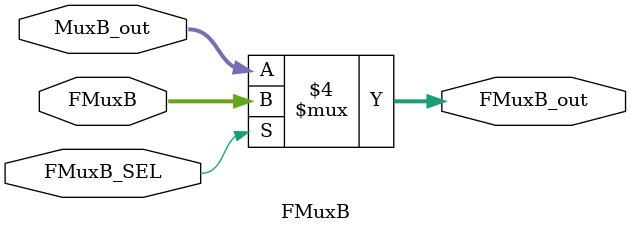
<source format=sv>
`timescale 1ns / 1ps


module FMuxB(
    input [31:0] FMuxB,
    input [31:0] MuxB_out,
    input FMuxB_SEL,
    output logic [31:0] FMuxB_out
    );
    
    always_comb begin
    
        if(FMuxB_SEL == 1) begin
            FMuxB_out = FMuxB;
        end
        else begin
            FMuxB_out = MuxB_out;
        end
    
    end
    
endmodule


</source>
